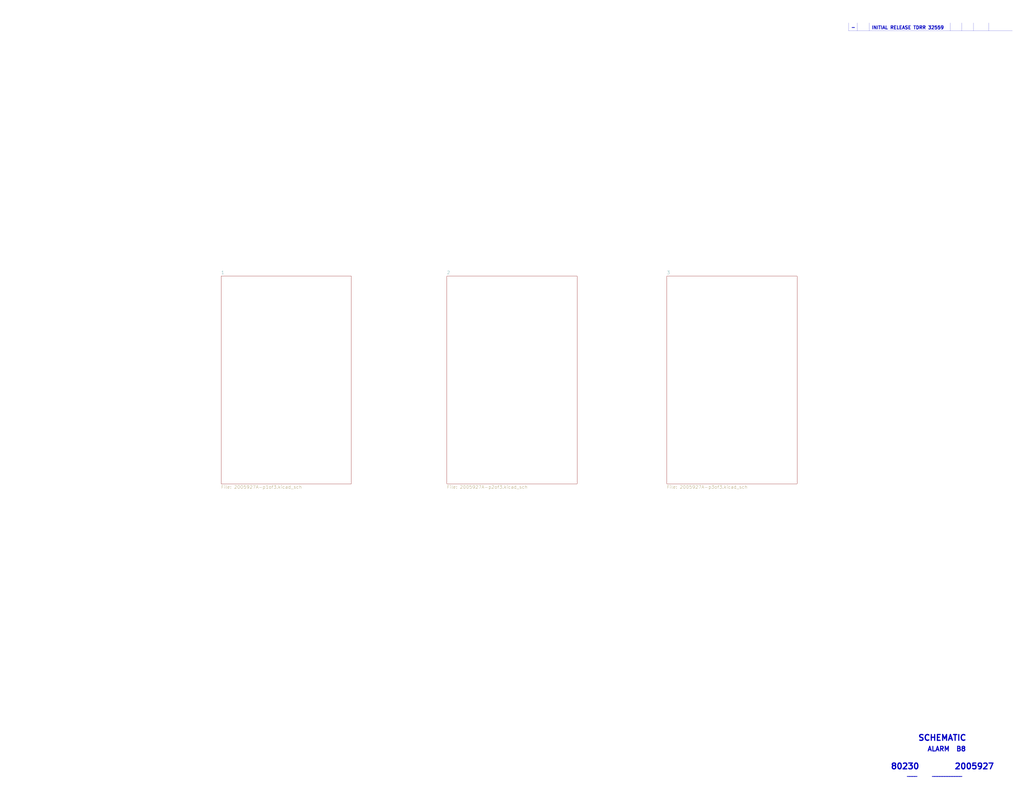
<source format=kicad_sch>
(kicad_sch (version 20211123) (generator eeschema)
  (paper "E")
  (lib_symbols)
  (polyline (pts (xy 1078.992 25.019) (xy 1078.992 33.655)) (stroke (width 0) (type solid)))
  (polyline (pts (xy 1037.082 25.019) (xy 1037.082 33.655)) (stroke (width 0) (type solid)))
  (polyline (pts (xy 926.084 25.019) (xy 926.084 33.655)) (stroke (width 0) (type solid)))
  (polyline (pts (xy 948.69 25.019) (xy 948.69 33.655)) (stroke (width 0) (type solid)))
  (polyline (pts (xy 926.084 33.655) (xy 1104.9 33.655)) (stroke (width 0) (type solid)))
  (polyline (pts (xy 935.736 25.019) (xy 935.736 33.655)) (stroke (width 0) (type solid)))
  (polyline (pts (xy 1062.482 25.019) (xy 1062.482 33.655)) (stroke (width 0) (type solid)))
  (polyline (pts (xy 1049.782 25.019) (xy 1049.782 33.655)) (stroke (width 0) (type solid)))
  (text "-" (at 928.624 32.131 0) (effects (font (size 3.556 3.556) (thickness 0.7112) bold) (justify left bottom)))
  (text "INITIAL RELEASE TDRR 32559" (at 951.103 32.385 0) (effects (font (size 3.556 3.556) (thickness 0.7112) bold) (justify left bottom)))
  (text "80230" (at 971.8548 840.7146 0) (effects (font (size 6.35 6.35) (thickness 1.27) bold) (justify left bottom)))
  (text "____________" (at 1016.9398 848.3346 0) (effects (font (size 3.556 3.556) (thickness 0.7112) bold) (justify left bottom)))
  (text "ALARM  B8" (at 1011.8598 821.0296 0) (effects (font (size 5.08 5.08) (thickness 1.016) bold) (justify left bottom)))
  (text "2005927" (at 1041.4 840.74 0) (effects (font (size 6.35 6.35) (thickness 1.27) bold) (justify left bottom)))
  (text "SCHEMATIC" (at 1001.6998 809.5996 0) (effects (font (size 6.35 6.35) (thickness 1.27) bold) (justify left bottom)))
  (text "____" (at 989.6348 848.3346 0) (effects (font (size 3.556 3.556) (thickness 0.7112) bold) (justify left bottom)))
  (sheet (at 241.3 301.625) (size 142.24 226.695)
    (property "Sheet name" "1" (at 241.3 299.7704 0) (effects (font (size 3.556 3.556)) (justify left bottom)))
    (property "Sheet file" "2005927A-p1of3.kicad_sch" (at 241.3 529.819 0) (effects (font (size 3.556 3.556)) (justify left top)))
  )
  (sheet (at 487.68 301.625) (size 142.24 226.695)
    (property "Sheet name" "2" (at 487.68 299.7704 0) (effects (font (size 3.556 3.556)) (justify left bottom)))
    (property "Sheet file" "2005927A-p2of3.kicad_sch" (at 487.68 529.819 0) (effects (font (size 3.556 3.556)) (justify left top)))
  )
  (sheet (at 727.71 301.625) (size 142.24 226.695)
    (property "Sheet name" "3" (at 727.71 299.7704 0) (effects (font (size 3.556 3.556)) (justify left bottom)))
    (property "Sheet file" "2005927A-p3of3.kicad_sch" (at 727.71 529.819 0) (effects (font (size 3.556 3.556)) (justify left top)))
  )
)
</source>
